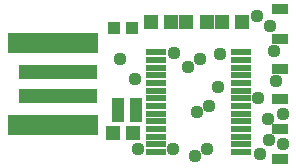
<source format=gts>
G75*
G70*
%OFA0B0*%
%FSLAX24Y24*%
%IPPOS*%
%LPD*%
%AMOC8*
5,1,8,0,0,1.08239X$1,22.5*
%
%ADD10R,0.3033X0.0671*%
%ADD11R,0.2639X0.0474*%
%ADD12R,0.0395X0.0395*%
%ADD13R,0.0474X0.0513*%
%ADD14R,0.0513X0.0474*%
%ADD15R,0.0671X0.0237*%
%ADD16R,0.0580X0.0330*%
%ADD17C,0.0437*%
D10*
X002022Y001570D03*
X002022Y004326D03*
D11*
X002219Y003341D03*
X002219Y002554D03*
D12*
X004216Y002288D03*
X004806Y002288D03*
X004806Y001868D03*
X004216Y001868D03*
X004076Y004808D03*
X004666Y004808D03*
D13*
X005296Y005018D03*
X005965Y005018D03*
X004705Y001303D03*
X004036Y001303D03*
D14*
X006486Y005018D03*
X007155Y005018D03*
X007676Y005018D03*
X008345Y005018D03*
D15*
X008308Y004011D03*
X008308Y003755D03*
X008308Y003499D03*
X008308Y003243D03*
X008308Y002987D03*
X008308Y002731D03*
X008308Y002476D03*
X008308Y002220D03*
X008308Y001964D03*
X008308Y001708D03*
X008308Y001452D03*
X008308Y001196D03*
X008308Y000940D03*
X008308Y000684D03*
X005454Y000684D03*
X005454Y000940D03*
X005454Y001196D03*
X005454Y001452D03*
X005454Y001708D03*
X005454Y001964D03*
X005454Y002220D03*
X005454Y002476D03*
X005454Y002731D03*
X005454Y002987D03*
X005454Y003243D03*
X005454Y003499D03*
X005454Y003755D03*
X005454Y004011D03*
D16*
X009601Y004448D03*
X009601Y005448D03*
X009601Y003448D03*
X009601Y002448D03*
X009601Y001448D03*
X009601Y000448D03*
D17*
X008921Y000608D03*
X009231Y001068D03*
X009691Y000938D03*
X009201Y001798D03*
X009691Y001938D03*
X008861Y002498D03*
X009481Y003058D03*
X009411Y004038D03*
X009271Y004878D03*
X008851Y005228D03*
X007591Y003938D03*
X006931Y003778D03*
X006550Y003508D03*
X006080Y003978D03*
X004782Y003119D03*
X004279Y003797D03*
X007241Y002218D03*
X006821Y002008D03*
X007531Y002858D03*
X007171Y000778D03*
X006781Y000558D03*
X006021Y000778D03*
X004881Y000768D03*
M02*

</source>
